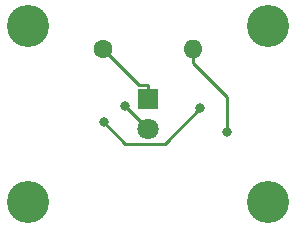
<source format=gbr>
%TF.GenerationSoftware,KiCad,Pcbnew,7.0.2-6a45011f42~172~ubuntu22.04.1*%
%TF.CreationDate,2023-09-06T17:33:04-07:00*%
%TF.ProjectId,basic_led,62617369-635f-46c6-9564-2e6b69636164,rev?*%
%TF.SameCoordinates,Original*%
%TF.FileFunction,Copper,L2,Bot*%
%TF.FilePolarity,Positive*%
%FSLAX46Y46*%
G04 Gerber Fmt 4.6, Leading zero omitted, Abs format (unit mm)*
G04 Created by KiCad (PCBNEW 7.0.2-6a45011f42~172~ubuntu22.04.1) date 2023-09-06 17:33:04*
%MOMM*%
%LPD*%
G01*
G04 APERTURE LIST*
%TA.AperFunction,ComponentPad*%
%ADD10C,3.570000*%
%TD*%
%TA.AperFunction,ComponentPad*%
%ADD11R,1.800000X1.800000*%
%TD*%
%TA.AperFunction,ComponentPad*%
%ADD12C,1.800000*%
%TD*%
%TA.AperFunction,ComponentPad*%
%ADD13C,1.600000*%
%TD*%
%TA.AperFunction,ComponentPad*%
%ADD14O,1.600000X1.600000*%
%TD*%
%TA.AperFunction,ViaPad*%
%ADD15C,0.800000*%
%TD*%
%TA.AperFunction,Conductor*%
%ADD16C,0.250000*%
%TD*%
G04 APERTURE END LIST*
D10*
%TO.P,M1,~*%
%TO.N,N/C*%
X52540000Y-52540000D03*
%TD*%
%TO.P,M2,~*%
%TO.N,N/C*%
X72860000Y-52540000D03*
%TD*%
%TO.P,M3,~*%
%TO.N,N/C*%
X72860000Y-67460000D03*
%TD*%
%TO.P,M4,~*%
%TO.N,N/C*%
X52540000Y-67460000D03*
%TD*%
D11*
%TO.P,D1,1,K*%
%TO.N,Net-(D1-K)*%
X62700000Y-58730000D03*
D12*
%TO.P,D1,2,A*%
%TO.N,/3V3*%
X62700000Y-61270000D03*
%TD*%
D13*
%TO.P,R1,1*%
%TO.N,Net-(D1-K)*%
X58890000Y-54500000D03*
D14*
%TO.P,R1,2*%
%TO.N,GND*%
X66510000Y-54500000D03*
%TD*%
D15*
%TO.N,GND*%
X69374700Y-61500000D03*
%TO.N,/3V3*%
X60742400Y-59312400D03*
%TO.N,/SDA*%
X58945200Y-60687400D03*
X67085400Y-59500000D03*
%TD*%
D16*
%TO.N,GND*%
X66510000Y-54500000D02*
X66510000Y-55625100D01*
X69374700Y-58489800D02*
X69374700Y-61500000D01*
X66510000Y-55625100D02*
X69374700Y-58489800D01*
%TO.N,/3V3*%
X62700000Y-61270000D02*
X60742400Y-59312400D01*
%TO.N,/SDA*%
X64090200Y-62495200D02*
X67085400Y-59500000D01*
X60753000Y-62495200D02*
X64090200Y-62495200D01*
X58945200Y-60687400D02*
X60753000Y-62495200D01*
%TO.N,Net-(D1-K)*%
X62700000Y-58730000D02*
X62700000Y-57504900D01*
X62700000Y-57504900D02*
X61894900Y-57504900D01*
X61894900Y-57504900D02*
X58890000Y-54500000D01*
%TD*%
M02*

</source>
